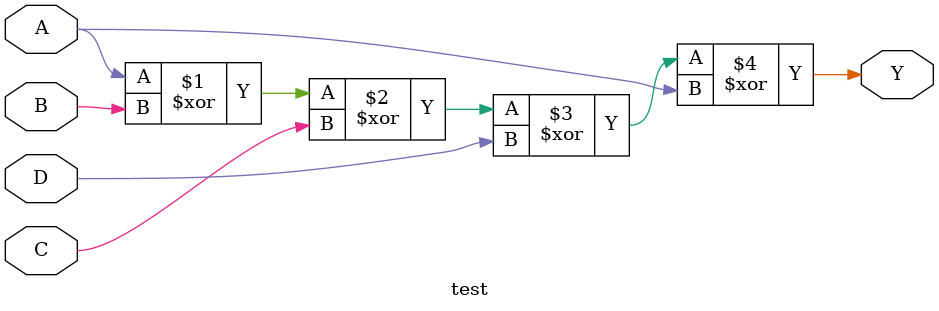
<source format=v>
module test (A, B, C, D, Y);
  input A, B, C, D;
  output Y;
  assign Y = A^B^C^D^A;
endmodule

</source>
